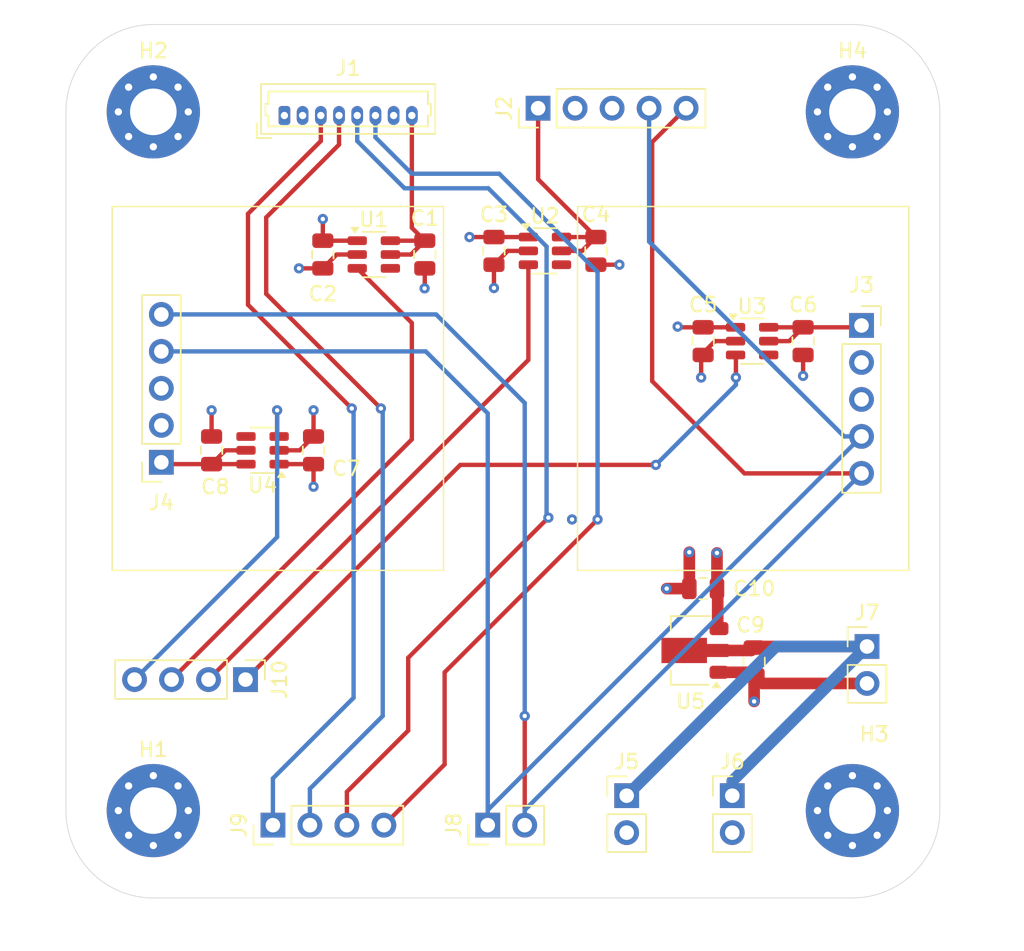
<source format=kicad_pcb>
(kicad_pcb (version 20240108) (generator "pcbnew") (generator_version "8.0")
  (layers (0 "F.Cu" signal) (1 "In1.Cu" power) (2 "In2.Cu" power) (31 "B.Cu" signal) (34 "B.Paste" user) (35 "F.Paste" user) (36 "B.SilkS" user "B.Silkscreen") (37 "F.SilkS" user "F.Silkscreen") (38 "B.Mask" user) (39 "F.Mask" user) (44 "Edge.Cuts" user))
  (net 0 "")
  (net 1 "/PM25_VCC")
  (net 2 "/PM25_EN")
  (net 3 "+5V")
  (net 5 "GND")
  (net 7 "/OZONE_VCC")
  (net 8 "/OZONE_EN")
  (net 9 "/SCD40_VCC")
  (net 11 "/SCD40_EN")
  (net 12 "/SHT4X_EN")
  (net 13 "/SHT4X_VCC")
  (net 15 "/SCL")
  (net 17 "/SDA")
  (net 19 "/PM25_RX")
  (net 21 "/PM25_TX")
  (net 22 "/PM25_SET")
  (net 23 "/PM25_RST")
  (net 26 "VCC")
  (footprint "Connector_PinHeader_2.54mm:PinHeader_1x04_P2.54mm_Vertical" (layer "F.Cu") (at 162.33 95 -90)
    (property "Reference" "J10" (at 0 -2.33 90) (layer "F.SilkS"))
    (property "Value" "EN_CONNECTOR")
    (fp_line (start -1.33 8.95) (end 1.33 8.95) (stroke (width 0.12)) (layer "F.SilkS"))
    (fp_line (start -1.33 1.27) (end -1.33 8.95) (stroke (width 0.12)) (layer "F.SilkS"))
    (fp_line (start -1.33 1.27) (end 1.33 1.27) (stroke (width 0.12)) (layer "F.SilkS"))
    (fp_line (start 1.33 1.27) (end 1.33 8.95) (stroke (width 0.12)) (layer "F.SilkS"))
    (fp_line (start -1.33 0) (end -1.33 -1.33) (stroke (width 0.12)) (layer "F.SilkS"))
    (fp_line (start -1.33 -1.33) (end 0 -1.33) (stroke (width 0.12)) (layer "F.SilkS"))
    (pad "1" thru_hole rect (at 0 0 270) (size 1.7 1.7) (drill 1) (layers "*.Cu" "*.Mask") (net 11 "/SCD40_EN"))
    (pad "2" thru_hole oval (at 0 2.54 270) (size 1.7 1.7) (drill 1) (layers "*.Cu" "*.Mask") (net 8 "/OZONE_EN"))
    (pad "3" thru_hole oval (at 0 5.08 270) (size 1.7 1.7) (drill 1) (layers "*.Cu" "*.Mask") (net 2 "/PM25_EN"))
    (pad "4" thru_hole oval (at 0 7.62 270) (size 1.7 1.7) (drill 1) (layers "*.Cu" "*.Mask") (net 12 "/SHT4X_EN"))
  )
  (footprint "Capacitor_SMD:C_0805_2012Metric" (layer "F.Cu") (at 200.6125 71.75 -90)
    (property "Reference" "C6" (at -2.5 0 360) (layer "F.SilkS"))
    (property "Value" "1u")
    (fp_line (start -0.261252 0.735) (end 0.261252 0.735) (stroke (width 0.12)) (layer "F.SilkS"))
    (fp_line (start -0.261252 -0.735) (end 0.261252 -0.735) (stroke (width 0.12)) (layer "F.SilkS"))
    (pad "1" smd roundrect (at -0.95 0 270) (size 1 1.45) (layers "F.Cu" "F.Paste" "F.Mask") (net 9 "/SCD40_VCC"))
    (pad "2" smd roundrect (at 0.95 0 270) (size 1 1.45) (layers "F.Cu" "F.Paste" "F.Mask") (net 5 "GND"))
  )
  (footprint "Capacitor_SMD:C_0805_2012Metric" (layer "F.Cu") (at 197.25 93.75 -90)
    (property "Reference" "C9" (at -2.5 0.25 180) (layer "F.SilkS"))
    (property "Value" "4.7u")
    (fp_line (start -0.261252 0.735) (end 0.261252 0.735) (stroke (width 0.12)) (layer "F.SilkS"))
    (fp_line (start -0.261252 -0.735) (end 0.261252 -0.735) (stroke (width 0.12)) (layer "F.SilkS"))
    (pad "1" smd roundrect (at -0.95 0 270) (size 1 1.45) (layers "F.Cu" "F.Paste" "F.Mask") (net 26 "VCC"))
    (pad "2" smd roundrect (at 0.95 0 270) (size 1 1.45) (layers "F.Cu" "F.Paste" "F.Mask") (net 5 "GND"))
  )
  (footprint "Connector_PinHeader_2.54mm:PinHeader_1x02_P2.54mm_Vertical" (layer "F.Cu") (at 178.96 105 90)
    (property "Reference" "J8" (at 0 -2.33 90) (layer "F.SilkS"))
    (property "Value" "I2C_CONNECTOR")
    (fp_line (start -1.33 -1.33) (end 0 -1.33) (stroke (width 0.12)) (layer "F.SilkS"))
    (fp_line (start -1.33 0) (end -1.33 -1.33) (stroke (width 0.12)) (layer "F.SilkS"))
    (fp_line (start 1.33 1.27) (end 1.33 3.87) (stroke (width 0.12)) (layer "F.SilkS"))
    (fp_line (start -1.33 1.27) (end 1.33 1.27) (stroke (width 0.12)) (layer "F.SilkS"))
    (fp_line (start -1.33 1.27) (end -1.33 3.87) (stroke (width 0.12)) (layer "F.SilkS"))
    (fp_line (start -1.33 3.87) (end 1.33 3.87) (stroke (width 0.12)) (layer "F.SilkS"))
    (pad "1" thru_hole rect (at 0 0 90) (size 1.7 1.7) (drill 1) (layers "*.Cu" "*.Mask") (net 15 "/SCL"))
    (pad "2" thru_hole oval (at 0 2.54 90) (size 1.7 1.7) (drill 1) (layers "*.Cu" "*.Mask") (net 17 "/SDA"))
  )
  (footprint "Package_TO_SOT_SMD:SOT-23-6" (layer "F.Cu") (at 171.1375 65.8)
    (property "Reference" "U1" (at 0 -2.4 360) (layer "F.SilkS"))
    (property "Value" "TPS22917DBV")
    (fp_line (start 0 -1.56) (end -0.8 -1.56) (stroke (width 0.12)) (layer "F.SilkS"))
    (fp_line (start 0 -1.56) (end 0.8 -1.56) (stroke (width 0.12)) (layer "F.SilkS"))
    (fp_line (start 0 1.56) (end -0.8 1.56) (stroke (width 0.12)) (layer "F.SilkS"))
    (fp_line (start 0 1.56) (end 0.8 1.56) (stroke (width 0.12)) (layer "F.SilkS"))
    (fp_poly (pts (xy -1.3 -1.51) (xy -1.54 -1.84) (xy -1.06 -1.84) (xy -1.3 -1.51)) (stroke (width 0.12)) (fill solid) (layer "F.SilkS"))
    (pad "1" smd roundrect (at -1.1375 -0.95) (size 1.325 0.6) (layers "F.Cu" "F.Paste" "F.Mask") (net 3 "+5V"))
    (pad "2" smd roundrect (at -1.1375 0) (size 1.325 0.6) (layers "F.Cu" "F.Paste" "F.Mask") (net 5 "GND"))
    (pad "3" smd roundrect (at -1.1375 0.95) (size 1.325 0.6) (layers "F.Cu" "F.Paste" "F.Mask") (net 2 "/PM25_EN"))
    (pad "4" smd roundrect (at 1.1375 0.95) (size 1.325 0.6) (layers "F.Cu" "F.Paste" "F.Mask"))
    (pad "5" smd roundrect (at 1.1375 0) (size 1.325 0.6) (layers "F.Cu" "F.Paste" "F.Mask") (net 1 "/PM25_VCC"))
    (pad "6" smd roundrect (at 1.1375 -0.95) (size 1.325 0.6) (layers "F.Cu" "F.Paste" "F.Mask") (net 1 "/PM25_VCC"))
  )
  (footprint "Connector_PinHeader_2.54mm:PinHeader_1x05_P2.54mm_Vertical" (layer "F.Cu") (at 182.42 55.75 90)
    (property "Reference" "J2" (at 0 -2.33 90) (layer "F.SilkS"))
    (property "Value" "OZONE_CONNECTOR")
    (fp_line (start -1.33 -1.33) (end 0 -1.33) (stroke (width 0.12)) (layer "F.SilkS"))
    (fp_line (start -1.33 0) (end -1.33 -1.33) (stroke (width 0.12)) (layer "F.SilkS"))
    (fp_line (start 1.33 1.27) (end 1.33 11.49) (stroke (width 0.12)) (layer "F.SilkS"))
    (fp_line (start -1.33 1.27) (end 1.33 1.27) (stroke (width 0.12)) (layer "F.SilkS"))
    (fp_line (start -1.33 1.27) (end -1.33 11.49) (stroke (width 0.12)) (layer "F.SilkS"))
    (fp_line (start -1.33 11.49) (end 1.33 11.49) (stroke (width 0.12)) (layer "F.SilkS"))
    (pad "1" thru_hole rect (at 0 0 90) (size 1.7 1.7) (drill 1) (layers "*.Cu" "*.Mask") (net 7 "/OZONE_VCC"))
    (pad "2" thru_hole oval (at 0 2.54 90) (size 1.7 1.7) (drill 1) (layers "*.Cu" "*.Mask"))
    (pad "3" thru_hole oval (at 0 5.08 90) (size 1.7 1.7) (drill 1) (layers "*.Cu" "*.Mask") (net 5 "GND"))
    (pad "4" thru_hole oval (at 0 7.62 90) (size 1.7 1.7) (drill 1) (layers "*.Cu" "*.Mask") (net 15 "/SCL"))
    (pad "5" thru_hole oval (at 0 10.16 90) (size 1.7 1.7) (drill 1) (layers "*.Cu" "*.Mask") (net 17 "/SDA"))
  )
  (footprint "Capacitor_SMD:C_0805_2012Metric" (layer "F.Cu") (at 174.6375 65.8 -90)
    (property "Reference" "C1" (at -2.5 0 360) (layer "F.SilkS"))
    (property "Value" "1u")
    (fp_line (start -0.261252 0.735) (end 0.261252 0.735) (stroke (width 0.12)) (layer "F.SilkS"))
    (fp_line (start -0.261252 -0.735) (end 0.261252 -0.735) (stroke (width 0.12)) (layer "F.SilkS"))
    (pad "1" smd roundrect (at -0.95 0 270) (size 1 1.45) (layers "F.Cu" "F.Paste" "F.Mask") (net 1 "/PM25_VCC"))
    (pad "2" smd roundrect (at 0.95 0 270) (size 1 1.45) (layers "F.Cu" "F.Paste" "F.Mask") (net 5 "GND"))
  )
  (footprint "Connector_Molex:Molex_PicoBlade_53047-0810_1x08_P1.25mm_Vertical" (layer "F.Cu") (at 165 56.25)
    (property "Reference" "J1" (at 4.38 -3.25 0) (layer "F.SilkS"))
    (property "Value" "PM25_CONNECTOR")
    (fp_line (start -1.9 1.55) (end -1.9 0.55) (stroke (width 0.12)) (layer "F.SilkS"))
    (fp_line (start -1.9 1.55) (end -0.9 1.55) (stroke (width 0.12)) (layer "F.SilkS"))
    (fp_line (start -1.61 -2.16) (end -1.61 1.26) (stroke (width 0.12)) (layer "F.SilkS"))
    (fp_line (start -1.61 1.26) (end 10.36 1.26) (stroke (width 0.12)) (layer "F.SilkS"))
    (fp_line (start -1.3 -0.8) (end -1.1 -0.8) (stroke (width 0.12)) (layer "F.SilkS"))
    (fp_line (start -1.3 0) (end -1.3 -0.8) (stroke (width 0.12)) (layer "F.SilkS"))
    (fp_line (start -1.1 -1.65) (end 4.375 -1.65) (stroke (width 0.12)) (layer "F.SilkS"))
    (fp_line (start -1.1 -0.8) (end -1.1 -1.65) (stroke (width 0.12)) (layer "F.SilkS"))
    (fp_line (start -1.1 0) (end -1.3 0) (stroke (width 0.12)) (layer "F.SilkS"))
    (fp_line (start -1.1 0.75) (end -1.1 0) (stroke (width 0.12)) (layer "F.SilkS"))
    (fp_line (start 4.375 0.75) (end -1.1 0.75) (stroke (width 0.12)) (layer "F.SilkS"))
    (fp_line (start 4.375 0.75) (end 9.85 0.75) (stroke (width 0.12)) (layer "F.SilkS"))
    (fp_line (start 9.85 -1.65) (end 4.375 -1.65) (stroke (width 0.12)) (layer "F.SilkS"))
    (fp_line (start 9.85 -0.8) (end 9.85 -1.65) (stroke (width 0.12)) (layer "F.SilkS"))
    (fp_line (start 9.85 0) (end 10.05 0) (stroke (width 0.12)) (layer "F.SilkS"))
    (fp_line (start 9.85 0.75) (end 9.85 0) (stroke (width 0.12)) (layer "F.SilkS"))
    (fp_line (start 10.05 -0.8) (end 9.85 -0.8) (stroke (width 0.12)) (layer "F.SilkS"))
    (fp_line (start 10.05 0) (end 10.05 -0.8) (stroke (width 0.12)) (layer "F.SilkS"))
    (fp_line (start 10.36 -2.16) (end -1.61 -2.16) (stroke (width 0.12)) (layer "F.SilkS"))
    (fp_line (start 10.36 1.26) (end 10.36 -2.16) (stroke (width 0.12)) (layer "F.SilkS"))
    (pad "1" thru_hole roundrect (at 0 0) (size 0.8 1.3) (drill 0.5) (layers "*.Cu" "*.Mask"))
    (pad "2" thru_hole oval (at 1.25 0) (size 0.8 1.3) (drill 0.5) (layers "*.Cu" "*.Mask"))
    (pad "3" thru_hole oval (at 2.5 0) (size 0.8 1.3) (drill 0.5) (layers "*.Cu" "*.Mask") (net 23 "/PM25_RST"))
    (pad "4" thru_hole oval (at 3.75 0) (size 0.8 1.3) (drill 0.5) (layers "*.Cu" "*.Mask") (net 21 "/PM25_TX"))
    (pad "5" thru_hole oval (at 5 0) (size 0.8 1.3) (drill 0.5) (layers "*.Cu" "*.Mask") (net 19 "/PM25_RX"))
    (pad "6" thru_hole oval (at 6.25 0) (size 0.8 1.3) (drill 0.5) (layers "*.Cu" "*.Mask") (net 22 "/PM25_SET"))
    (pad "7" thru_hole oval (at 7.5 0) (size 0.8 1.3) (drill 0.5) (layers "*.Cu" "*.Mask") (net 5 "GND"))
    (pad "8" thru_hole oval (at 8.75 0) (size 0.8 1.3) (drill 0.5) (layers "*.Cu" "*.Mask") (net 1 "/PM25_VCC"))
  )
  (footprint "Capacitor_SMD:C_0805_2012Metric" (layer "F.Cu") (at 186.3875 65.55 -90)
    (property "Reference" "C4" (at -2.5 0 360) (layer "F.SilkS"))
    (property "Value" "1u")
    (fp_line (start -0.261252 0.735) (end 0.261252 0.735) (stroke (width 0.12)) (layer "F.SilkS"))
    (fp_line (start -0.261252 -0.735) (end 0.261252 -0.735) (stroke (width 0.12)) (layer "F.SilkS"))
    (pad "1" smd roundrect (at -0.95 0 270) (size 1 1.45) (layers "F.Cu" "F.Paste" "F.Mask") (net 7 "/OZONE_VCC"))
    (pad "2" smd roundrect (at 0.95 0 270) (size 1 1.45) (layers "F.Cu" "F.Paste" "F.Mask") (net 5 "GND"))
  )
  (footprint "Connector_PinSocket_2.54mm:PinSocket_1x05_P2.54mm_Vertical" (layer "F.Cu") (at 156.55 80.075 180)
    (property "Reference" "J4" (at 0 -2.77 180) (layer "F.SilkS"))
    (property "Value" "ADAFRUIT_SHT4X_CONNECTOR")
    (fp_line (start 1.33 1.27) (end 1.33 11.49) (stroke (width 0.12)) (layer "F.SilkS"))
    (fp_line (start 1.33 -1.33) (end 1.33 0) (stroke (width 0.12)) (layer "F.SilkS"))
    (fp_line (start 0 -1.33) (end 1.33 -1.33) (stroke (width 0.12)) (layer "F.SilkS"))
    (fp_line (start -1.33 11.49) (end 1.33 11.49) (stroke (width 0.12)) (layer "F.SilkS"))
    (fp_line (start -1.33 1.27) (end 1.33 1.27) (stroke (width 0.12)) (layer "F.SilkS"))
    (fp_line (start -1.33 1.27) (end -1.33 11.49) (stroke (width 0.12)) (layer "F.SilkS"))
    (pad "1" thru_hole rect (at 0 0 180) (size 1.7 1.7) (drill 1) (layers "*.Cu" "*.Mask") (net 13 "/SHT4X_VCC"))
    (pad "2" thru_hole oval (at 0 2.54 180) (size 1.7 1.7) (drill 1) (layers "*.Cu" "*.Mask"))
    (pad "3" thru_hole oval (at 0 5.08 180) (size 1.7 1.7) (drill 1) (layers "*.Cu" "*.Mask") (net 5 "GND"))
    (pad "4" thru_hole oval (at 0 7.62 180) (size 1.7 1.7) (drill 1) (layers "*.Cu" "*.Mask") (net 15 "/SCL"))
    (pad "5" thru_hole oval (at 0 10.16 180) (size 1.7 1.7) (drill 1) (layers "*.Cu" "*.Mask") (net 17 "/SDA"))
  )
  (footprint "MountingHole:MountingHole_3.2mm_M3_Pad_Via" (layer "F.Cu") (at 156 104)
    (property "Reference" "H1" (at 0 -4.2 0) (layer "F.SilkS"))
    (property "Value" "MountingHole_Pad")
    (pad "1" thru_hole circle (at -2.4 0) (size 0.8 0.8) (drill 0.5) (layers "*.Cu" "*.Mask") (net 5 "GND"))
    (pad "1" thru_hole circle (at -1.697056 -1.697056) (size 0.8 0.8) (drill 0.5) (layers "*.Cu" "*.Mask") (net 5 "GND"))
    (pad "1" thru_hole circle (at -1.697056 1.697056) (size 0.8 0.8) (drill 0.5) (layers "*.Cu" "*.Mask") (net 5 "GND"))
    (pad "1" thru_hole circle (at 0 -2.4) (size 0.8 0.8) (drill 0.5) (layers "*.Cu" "*.Mask") (net 5 "GND"))
    (pad "1" thru_hole circle (at 0 0) (size 6.4 6.4) (drill 3.2) (layers "*.Cu" "*.Mask") (net 5 "GND"))
    (pad "1" thru_hole circle (at 0 2.4) (size 0.8 0.8) (drill 0.5) (layers "*.Cu" "*.Mask") (net 5 "GND"))
    (pad "1" thru_hole circle (at 1.697056 -1.697056) (size 0.8 0.8) (drill 0.5) (layers "*.Cu" "*.Mask") (net 5 "GND"))
    (pad "1" thru_hole circle (at 1.697056 1.697056) (size 0.8 0.8) (drill 0.5) (layers "*.Cu" "*.Mask") (net 5 "GND"))
    (pad "1" thru_hole circle (at 2.4 0) (size 0.8 0.8) (drill 0.5) (layers "*.Cu" "*.Mask") (net 5 "GND"))
  )
  (footprint "Package_TO_SOT_SMD:SOT-23-6" (layer "F.Cu") (at 182.8875 65.55)
    (property "Reference" "U2" (at 0 -2.4 360) (layer "F.SilkS"))
    (property "Value" "TPS22917DBV")
    (fp_line (start 0 -1.56) (end -0.8 -1.56) (stroke (width 0.12)) (layer "F.SilkS"))
    (fp_line (start 0 -1.56) (end 0.8 -1.56) (stroke (width 0.12)) (layer "F.SilkS"))
    (fp_line (start 0 1.56) (end -0.8 1.56) (stroke (width 0.12)) (layer "F.SilkS"))
    (fp_line (start 0 1.56) (end 0.8 1.56) (stroke (width 0.12)) (layer "F.SilkS"))
    (fp_poly (pts (xy -1.3 -1.51) (xy -1.54 -1.84) (xy -1.06 -1.84) (xy -1.3 -1.51)) (stroke (width 0.12)) (fill solid) (layer "F.SilkS"))
    (pad "1" smd roundrect (at -1.1375 -0.95) (size 1.325 0.6) (layers "F.Cu" "F.Paste" "F.Mask") (net 3 "+5V"))
    (pad "2" smd roundrect (at -1.1375 0) (size 1.325 0.6) (layers "F.Cu" "F.Paste" "F.Mask") (net 5 "GND"))
    (pad "3" smd roundrect (at -1.1375 0.95) (size 1.325 0.6) (layers "F.Cu" "F.Paste" "F.Mask") (net 8 "/OZONE_EN"))
    (pad "4" smd roundrect (at 1.1375 0.95) (size 1.325 0.6) (layers "F.Cu" "F.Paste" "F.Mask"))
    (pad "5" smd roundrect (at 1.1375 0) (size 1.325 0.6) (layers "F.Cu" "F.Paste" "F.Mask") (net 7 "/OZONE_VCC"))
    (pad "6" smd roundrect (at 1.1375 -0.95) (size 1.325 0.6) (layers "F.Cu" "F.Paste" "F.Mask") (net 7 "/OZONE_VCC"))
  )
  (footprint "Capacitor_SMD:C_0805_2012Metric" (layer "F.Cu") (at 193.75 88.75 180)
    (property "Reference" "C10" (at -3.5 0 360) (layer "F.SilkS"))
    (property "Value" "4.7u")
    (fp_line (start -0.261252 0.735) (end 0.261252 0.735) (stroke (width 0.12)) (layer "F.SilkS"))
    (fp_line (start -0.261252 -0.735) (end 0.261252 -0.735) (stroke (width 0.12)) (layer "F.SilkS"))
    (pad "1" smd roundrect (at -0.95 0 180) (size 1 1.45) (layers "F.Cu" "F.Paste" "F.Mask") (net 3 "+5V"))
    (pad "2" smd roundrect (at 0.95 0 180) (size 1 1.45) (layers "F.Cu" "F.Paste" "F.Mask") (net 5 "GND"))
  )
  (footprint "MountingHole:MountingHole_3.2mm_M3_Pad_Via" (layer "F.Cu") (at 204 104)
    (property "Reference" "H3" (at 1.5 -5.25 0) (layer "F.SilkS"))
    (property "Value" "MountingHole_Pad")
    (pad "1" thru_hole circle (at -2.4 0) (size 0.8 0.8) (drill 0.5) (layers "*.Cu" "*.Mask") (net 5 "GND"))
    (pad "1" thru_hole circle (at -1.697056 -1.697056) (size 0.8 0.8) (drill 0.5) (layers "*.Cu" "*.Mask") (net 5 "GND"))
    (pad "1" thru_hole circle (at -1.697056 1.697056) (size 0.8 0.8) (drill 0.5) (layers "*.Cu" "*.Mask") (net 5 "GND"))
    (pad "1" thru_hole circle (at 0 -2.4) (size 0.8 0.8) (drill 0.5) (layers "*.Cu" "*.Mask") (net 5 "GND"))
    (pad "1" thru_hole circle (at 0 0) (size 6.4 6.4) (drill 3.2) (layers "*.Cu" "*.Mask") (net 5 "GND"))
    (pad "1" thru_hole circle (at 0 2.4) (size 0.8 0.8) (drill 0.5) (layers "*.Cu" "*.Mask") (net 5 "GND"))
    (pad "1" thru_hole circle (at 1.697056 -1.697056) (size 0.8 0.8) (drill 0.5) (layers "*.Cu" "*.Mask") (net 5 "GND"))
    (pad "1" thru_hole circle (at 1.697056 1.697056) (size 0.8 0.8) (drill 0.5) (layers "*.Cu" "*.Mask") (net 5 "GND"))
    (pad "1" thru_hole circle (at 2.4 0) (size 0.8 0.8) (drill 0.5) (layers "*.Cu" "*.Mask") (net 5 "GND"))
  )
  (footprint "MountingHole:MountingHole_3.2mm_M3_Pad_Via" (layer "F.Cu") (at 204 56)
    (property "Reference" "H4" (at 0 -4.2 0) (layer "F.SilkS"))
    (property "Value" "MountingHole_Pad")
    (pad "1" thru_hole circle (at -2.4 0) (size 0.8 0.8) (drill 0.5) (layers "*.Cu" "*.Mask") (net 5 "GND"))
    (pad "1" thru_hole circle (at -1.697056 -1.697056) (size 0.8 0.8) (drill 0.5) (layers "*.Cu" "*.Mask") (net 5 "GND"))
    (pad "1" thru_hole circle (at -1.697056 1.697056) (size 0.8 0.8) (drill 0.5) (layers "*.Cu" "*.Mask") (net 5 "GND"))
    (pad "1" thru_hole circle (at 0 -2.4) (size 0.8 0.8) (drill 0.5) (layers "*.Cu" "*.Mask") (net 5 "GND"))
    (pad "1" thru_hole circle (at 0 0) (size 6.4 6.4) (drill 3.2) (layers "*.Cu" "*.Mask") (net 5 "GND"))
    (pad "1" thru_hole circle (at 0 2.4) (size 0.8 0.8) (drill 0.5) (layers "*.Cu" "*.Mask") (net 5 "GND"))
    (pad "1" thru_hole circle (at 1.697056 -1.697056) (size 0.8 0.8) (drill 0.5) (layers "*.Cu" "*.Mask") (net 5 "GND"))
    (pad "1" thru_hole circle (at 1.697056 1.697056) (size 0.8 0.8) (drill 0.5) (layers "*.Cu" "*.Mask") (net 5 "GND"))
    (pad "1" thru_hole circle (at 2.4 0) (size 0.8 0.8) (drill 0.5) (layers "*.Cu" "*.Mask") (net 5 "GND"))
  )
  (footprint "Connector_PinHeader_2.54mm:PinHeader_1x04_P2.54mm_Vertical" (layer "F.Cu") (at 164.21 105 90)
    (property "Reference" "J9" (at 0 -2.33 90) (layer "F.SilkS"))
    (property "Value" "EXT_PM25_CONNECTOR")
    (fp_line (start -1.33 -1.33) (end 0 -1.33) (stroke (width 0.12)) (layer "F.SilkS"))
    (fp_line (start -1.33 0) (end -1.33 -1.33) (stroke (width 0.12)) (layer "F.SilkS"))
    (fp_line (start 1.33 1.27) (end 1.33 8.95) (stroke (width 0.12)) (layer "F.SilkS"))
    (fp_line (start -1.33 1.27) (end 1.33 1.27) (stroke (width 0.12)) (layer "F.SilkS"))
    (fp_line (start -1.33 1.27) (end -1.33 8.95) (stroke (width 0.12)) (layer "F.SilkS"))
    (fp_line (start -1.33 8.95) (end 1.33 8.95) (stroke (width 0.12)) (layer "F.SilkS"))
    (pad "1" thru_hole rect (at 0 0 90) (size 1.7 1.7) (drill 1) (layers "*.Cu" "*.Mask") (net 23 "/PM25_RST"))
    (pad "2" thru_hole oval (at 0 2.54 90) (size 1.7 1.7) (drill 1) (layers "*.Cu" "*.Mask") (net 21 "/PM25_TX"))
    (pad "3" thru_hole oval (at 0 5.08 90) (size 1.7 1.7) (drill 1) (layers "*.Cu" "*.Mask") (net 19 "/PM25_RX"))
    (pad "4" thru_hole oval (at 0 7.62 90) (size 1.7 1.7) (drill 1) (layers "*.Cu" "*.Mask") (net 22 "/PM25_SET"))
  )
  (footprint "Capacitor_SMD:C_0805_2012Metric" (layer "F.Cu") (at 167.6375 65.8 -90)
    (property "Reference" "C2" (at 2.7 0 360) (layer "F.SilkS"))
    (property "Value" "1u")
    (fp_line (start -0.261252 0.735) (end 0.261252 0.735) (stroke (width 0.12)) (layer "F.SilkS"))
    (fp_line (start -0.261252 -0.735) (end 0.261252 -0.735) (stroke (width 0.12)) (layer "F.SilkS"))
    (pad "1" smd roundrect (at -0.95 0 270) (size 1 1.45) (layers "F.Cu" "F.Paste" "F.Mask") (net 3 "+5V"))
    (pad "2" smd roundrect (at 0.95 0 270) (size 1 1.45) (layers "F.Cu" "F.Paste" "F.Mask") (net 5 "GND"))
  )
  (footprint "MountingHole:MountingHole_3.2mm_M3_Pad_Via" (layer "F.Cu") (at 156 56)
    (property "Reference" "H2" (at 0 -4.2 0) (layer "F.SilkS"))
    (property "Value" "MountingHole_Pad")
    (pad "1" thru_hole circle (at -2.4 0) (size 0.8 0.8) (drill 0.5) (layers "*.Cu" "*.Mask") (net 5 "GND"))
    (pad "1" thru_hole circle (at -1.697056 -1.697056) (size 0.8 0.8) (drill 0.5) (layers "*.Cu" "*.Mask") (net 5 "GND"))
    (pad "1" thru_hole circle (at -1.697056 1.697056) (size 0.8 0.8) (drill 0.5) (layers "*.Cu" "*.Mask") (net 5 "GND"))
    (pad "1" thru_hole circle (at 0 -2.4) (size 0.8 0.8) (drill 0.5) (layers "*.Cu" "*.Mask") (net 5 "GND"))
    (pad "1" thru_hole circle (at 0 0) (size 6.4 6.4) (drill 3.2) (layers "*.Cu" "*.Mask") (net 5 "GND"))
    (pad "1" thru_hole circle (at 0 2.4) (size 0.8 0.8) (drill 0.5) (layers "*.Cu" "*.Mask") (net 5 "GND"))
    (pad "1" thru_hole circle (at 1.697056 -1.697056) (size 0.8 0.8) (drill 0.5) (layers "*.Cu" "*.Mask") (net 5 "GND"))
    (pad "1" thru_hole circle (at 1.697056 1.697056) (size 0.8 0.8) (drill 0.5) (layers "*.Cu" "*.Mask") (net 5 "GND"))
    (pad "1" thru_hole circle (at 2.4 0) (size 0.8 0.8) (drill 0.5) (layers "*.Cu" "*.Mask") (net 5 "GND"))
  )
  (footprint "Package_TO_SOT_SMD:SOT-23-6" (layer "F.Cu") (at 163.5 79.25 180)
    (property "Reference" "U4" (at 0 -2.4 360) (layer "F.SilkS"))
    (property "Value" "TPS22917DBV")
    (fp_line (start 0 1.56) (end 0.8 1.56) (stroke (width 0.12)) (layer "F.SilkS"))
    (fp_line (start 0 1.56) (end -0.8 1.56) (stroke (width 0.12)) (layer "F.SilkS"))
    (fp_line (start 0 -1.56) (end 0.8 -1.56) (stroke (width 0.12)) (layer "F.SilkS"))
    (fp_line (start 0 -1.56) (end -0.8 -1.56) (stroke (width 0.12)) (layer "F.SilkS"))
    (fp_poly (pts (xy -1.3 -1.51) (xy -1.54 -1.84) (xy -1.06 -1.84) (xy -1.3 -1.51)) (stroke (width 0.12)) (fill solid) (layer "F.SilkS"))
    (pad "1" smd roundrect (at -1.1375 -0.95 180) (size 1.325 0.6) (layers "F.Cu" "F.Paste" "F.Mask") (net 3 "+5V"))
    (pad "2" smd roundrect (at -1.1375 0 180) (size 1.325 0.6) (layers "F.Cu" "F.Paste" "F.Mask") (net 5 "GND"))
    (pad "3" smd roundrect (at -1.1375 0.95 180) (size 1.325 0.6) (layers "F.Cu" "F.Paste" "F.Mask") (net 12 "/SHT4X_EN"))
    (pad "4" smd roundrect (at 1.1375 0.95 180) (size 1.325 0.6) (layers "F.Cu" "F.Paste" "F.Mask"))
    (pad "5" smd roundrect (at 1.1375 0 180) (size 1.325 0.6) (layers "F.Cu" "F.Paste" "F.Mask") (net 13 "/SHT4X_VCC"))
    (pad "6" smd roundrect (at 1.1375 -0.95 180) (size 1.325 0.6) (layers "F.Cu" "F.Paste" "F.Mask") (net 13 "/SHT4X_VCC"))
  )
  (footprint "Connector_PinSocket_2.54mm:PinSocket_1x05_P2.54mm_Vertical" (layer "F.Cu") (at 204.625 70.675)
    (property "Reference" "J3" (at 0 -2.77 0) (layer "F.SilkS"))
    (property "Value" "ADAFRUIT_SCD40_CONNECTOR")
    (fp_line (start -1.33 1.27) (end -1.33 11.49) (stroke (width 0.12)) (layer "F.SilkS"))
    (fp_line (start -1.33 1.27) (end 1.33 1.27) (stroke (width 0.12)) (layer "F.SilkS"))
    (fp_line (start -1.33 11.49) (end 1.33 11.49) (stroke (width 0.12)) (layer "F.SilkS"))
    (fp_line (start 0 -1.33) (end 1.33 -1.33) (stroke (width 0.12)) (layer "F.SilkS"))
    (fp_line (start 1.33 -1.33) (end 1.33 0) (stroke (width 0.12)) (layer "F.SilkS"))
    (fp_line (start 1.33 1.27) (end 1.33 11.49) (stroke (width 0.12)) (layer "F.SilkS"))
    (pad "1" thru_hole rect (at 0 0) (size 1.7 1.7) (drill 1) (layers "*.Cu" "*.Mask") (net 9 "/SCD40_VCC"))
    (pad "2" thru_hole oval (at 0 2.54) (size 1.7 1.7) (drill 1) (layers "*.Cu" "*.Mask"))
    (pad "3" thru_hole oval (at 0 5.08) (size 1.7 1.7) (drill 1) (layers "*.Cu" "*.Mask") (net 5 "GND"))
    (pad "4" thru_hole oval (at 0 7.62) (size 1.7 1.7) (drill 1) (layers "*.Cu" "*.Mask") (net 15 "/SCL"))
    (pad "5" thru_hole oval (at 0 10.16) (size 1.7 1.7) (drill 1) (layers "*.Cu" "*.Mask") (net 17 "/SDA"))
  )
  (footprint "Package_TO_SOT_SMD:SOT-89-3" (layer "F.Cu") (at 192.8875 93 180)
    (property "Reference" "U5" (at 0 -3.5 360) (layer "F.SilkS"))
    (property "Value" "MCP1702T-5002E/MB")
    (fp_line (start 1.36 2.36) (end -1.36 2.36) (stroke (width 0.12)) (layer "F.SilkS"))
    (fp_line (start 1.36 1.38) (end 1.36 2.36) (stroke (width 0.12)) (layer "F.SilkS"))
    (fp_line (start 1.36 -1.38) (end 1.36 -2.36) (stroke (width 0.12)) (layer "F.SilkS"))
    (fp_line (start -1.22 -2.36) (end 1.36 -2.36) (stroke (width 0.12)) (layer "F.SilkS"))
    (fp_poly (pts (xy -1.77 -2.21) (xy -2.01 -2.54) (xy -1.53 -2.54) (xy -1.77 -2.21)) (stroke (width 0.12)) (fill solid) (layer "F.SilkS"))
    (pad "1" smd roundrect (at -1.95 -1.5 180) (size 1.3 0.9) (layers "F.Cu" "F.Paste" "F.Mask") (net 5 "GND"))
    (pad "2" smd custom (at -1.8625 0 180) (size 1.475 0.9) (layers "F.Cu" "F.Paste" "F.Mask") (net 26 "VCC") (options (clearance outline) (anchor rect)) (primitives (gr_poly (pts (xy 3.8625 0.8665) (xy 0.7375 0.8665) (xy 0.7375 -0.8665) (xy 3.8625 -0.8665)) (width 0) (fill yes))))
    (pad "3" smd roundrect (at -1.95 1.5 180) (size 1.3 0.9) (layers "F.Cu" "F.Paste" "F.Mask") (net 3 "+5V"))
  )
  (footprint "Package_TO_SOT_SMD:SOT-23-6" (layer "F.Cu") (at 197.1125 71.75)
    (property "Reference" "U3" (at 0 -2.4 360) (layer "F.SilkS"))
    (property "Value" "TPS22917DBV")
    (fp_line (start 0 -1.56) (end -0.8 -1.56) (stroke (width 0.12)) (layer "F.SilkS"))
    (fp_line (start 0 -1.56) (end 0.8 -1.56) (stroke (width 0.12)) (layer "F.SilkS"))
    (fp_line (start 0 1.56) (end -0.8 1.56) (stroke (width 0.12)) (layer "F.SilkS"))
    (fp_line (start 0 1.56) (end 0.8 1.56) (stroke (width 0.12)) (layer "F.SilkS"))
    (fp_poly (pts (xy -1.3 -1.51) (xy -1.54 -1.84) (xy -1.06 -1.84) (xy -1.3 -1.51)) (stroke (width 0.12)) (fill solid) (layer "F.SilkS"))
    (pad "1" smd roundrect (at -1.1375 -0.95) (size 1.325 0.6) (layers "F.Cu" "F.Paste" "F.Mask") (net 3 "+5V"))
    (pad "2" smd roundrect (at -1.1375 0) (size 1.325 0.6) (layers "F.Cu" "F.Paste" "F.Mask") (net 5 "GND"))
    (pad "3" smd roundrect (at -1.1375 0.95) (size 1.325 0.6) (layers "F.Cu" "F.Paste" "F.Mask") (net 11 "/SCD40_EN"))
    (pad "4" smd roundrect (at 1.1375 0.95) (size 1.325 0.6) (layers "F.Cu" "F.Paste" "F.Mask"))
    (pad "5" smd roundrect (at 1.1375 0) (size 1.325 0.6) (layers "F.Cu" "F.Paste" "F.Mask") (net 9 "/SCD40_VCC"))
    (pad "6" smd roundrect (at 1.1375 -0.95) (size 1.325 0.6) (layers "F.Cu" "F.Paste" "F.Mask") (net 9 "/SCD40_VCC"))
  )
  (footprint "Capacitor_SMD:C_0805_2012Metric" (layer "F.Cu") (at 160 79.25 90)
    (property "Reference" "C8" (at -2.5 0.25 360) (layer "F.SilkS"))
    (property "Value" "1u")
    (fp_line (start -0.261252 -0.735) (end 0.261252 -0.735) (stroke (width 0.12)) (layer "F.SilkS"))
    (fp_line (start -0.261252 0.735) (end 0.261252 0.735) (stroke (width 0.12)) (layer "F.SilkS"))
    (pad "1" smd roundrect (at -0.95 0 90) (size 1 1.45) (layers "F.Cu" "F.Paste" "F.Mask") (net 13 "/SHT4X_VCC"))
    (pad "2" smd roundrect (at 0.95 0 90) (size 1 1.45) (layers "F.Cu" "F.Paste" "F.Mask") (net 5 "GND"))
  )
  (footprint "Capacitor_SMD:C_0805_2012Metric" (layer "F.Cu") (at 179.3875 65.55 -90)
    (property "Reference" "C3" (at -2.5 0 360) (layer "F.SilkS"))
    (property "Value" "1u")
    (fp_line (start -0.261252 0.735) (end 0.261252 0.735) (stroke (width 0.12)) (layer "F.SilkS"))
    (fp_line (start -0.261252 -0.735) (end 0.261252 -0.735) (stroke (width 0.12)) (layer "F.SilkS"))
    (pad "1" smd roundrect (at -0.95 0 270) (size 1 1.45) (layers "F.Cu" "F.Paste" "F.Mask") (net 3 "+5V"))
    (pad "2" smd roundrect (at 0.95 0 270) (size 1 1.45) (layers "F.Cu" "F.Paste" "F.Mask") (net 5 "GND"))
  )
  (footprint "Connector_PinHeader_2.54mm:PinHeader_1x02_P2.54mm_Vertical" (layer "F.Cu") (at 188.5 102.975)
    (property "Reference" "J5" (at 0 -2.33 360) (layer "F.SilkS"))
    (property "Value" "PWR_OUT_1")
    (fp_line (start -1.33 -1.33) (end 0 -1.33) (stroke (width 0.12)) (layer "F.SilkS"))
    (fp_line (start -1.33 0) (end -1.33 -1.33) (stroke (width 0.12)) (layer "F.SilkS"))
    (fp_line (start -1.33 1.27) (end -1.33 3.87) (stroke (width 0.12)) (layer "F.SilkS"))
    (fp_line (start -1.33 1.27) (end 1.33 1.27) (stroke (width 0.12)) (layer "F.SilkS"))
    (fp_line (start -1.33 3.87) (end 1.33 3.87) (stroke (width 0.12)) (layer "F.SilkS"))
    (fp_line (start 1.33 1.27) (end 1.33 3.87) (stroke (width 0.12)) (layer "F.SilkS"))
    (pad "1" thru_hole rect (at 0 0) (size 1.7 1.7) (drill 1) (layers "*.Cu" "*.Mask") (net 26 "VCC"))
    (pad "2" thru_hole oval (at 0 2.54) (size 1.7 1.7) (drill 1) (layers "*.Cu" "*.Mask") (net 5 "GND"))
  )
  (footprint "Connector_PinHeader_2.54mm:PinHeader_1x02_P2.54mm_Vertical" (layer "F.Cu") (at 205 92.725)
    (property "Reference" "J7" (at 0 -2.33 360) (layer "F.SilkS"))
    (property "Value" "PWR_IN")
    (fp_line (start -1.33 -1.33) (end 0 -1.33) (stroke (width 0.12)) (layer "F.SilkS"))
    (fp_line (start -1.33 0) (end -1.33 -1.33) (stroke (width 0.12)) (layer "F.SilkS"))
    (fp_line (start -1.33 1.27) (end -1.33 3.87) (stroke (width 0.12)) (layer "F.SilkS"))
    (fp_line (start -1.33 1.27) (end 1.33 1.27) (stroke (width 0.12)) (layer "F.SilkS"))
    (fp_line (start -1.33 3.87) (end 1.33 3.87) (stroke (width 0.12)) (layer "F.SilkS"))
    (fp_line (start 1.33 1.27) (end 1.33 3.87) (stroke (width 0.12)) (layer "F.SilkS"))
    (pad "1" thru_hole rect (at 0 0) (size 1.7 1.7) (drill 1) (layers "*.Cu" "*.Mask") (net 26 "VCC"))
    (pad "2" thru_hole oval (at 0 2.54) (size 1.7 1.7) (drill 1) (layers "*.Cu" "*.Mask") (net 5 "GND"))
  )
  (footprint "Capacitor_SMD:C_0805_2012Metric" (layer "F.Cu") (at 167 79.25 90)
    (property "Reference" "C7" (at -1.25 2.25 360) (layer "F.SilkS"))
    (property "Value" "1u")
    (fp_line (start -0.261252 -0.735) (end 0.261252 -0.735) (stroke (width 0.12)) (layer "F.SilkS"))
    (fp_line (start -0.261252 0.735) (end 0.261252 0.735) (stroke (width 0.12)) (layer "F.SilkS"))
    (pad "1" smd roundrect (at -0.95 0 90) (size 1 1.45) (layers "F.Cu" "F.Paste" "F.Mask") (net 3 "+5V"))
    (pad "2" smd roundrect (at 0.95 0 90) (size 1 1.45) (layers "F.Cu" "F.Paste" "F.Mask") (net 5 "GND"))
  )
  (footprint "Connector_PinHeader_2.54mm:PinHeader_1x02_P2.54mm_Vertical" (layer "F.Cu") (at 195.75 102.975)
    (property "Reference" "J6" (at 0 -2.33 360) (layer "F.SilkS"))
    (property "Value" "PWR_OUT_2")
    (fp_line (start -1.33 -1.33) (end 0 -1.33) (stroke (width 0.12)) (layer "F.SilkS"))
    (fp_line (start -1.33 0) (end -1.33 -1.33) (stroke (width 0.12)) (layer "F.SilkS"))
    (fp_line (start -1.33 1.27) (end -1.33 3.87) (stroke (width 0.12)) (layer "F.SilkS"))
    (fp_line (start -1.33 1.27) (end 1.33 1.27) (stroke (width 0.12)) (layer "F.SilkS"))
    (fp_line (start -1.33 3.87) (end 1.33 3.87) (stroke (width 0.12)) (layer "F.SilkS"))
    (fp_line (start 1.33 1.27) (end 1.33 3.87) (stroke (width 0.12)) (layer "F.SilkS"))
    (pad "1" thru_hole rect (at 0 0) (size 1.7 1.7) (drill 1) (layers "*.Cu" "*.Mask") (net 26 "VCC"))
    (pad "2" thru_hole oval (at 0 2.54) (size 1.7 1.7) (drill 1) (layers "*.Cu" "*.Mask") (net 5 "GND"))
  )
  (footprint "Capacitor_SMD:C_0805_2012Metric" (layer "F.Cu") (at 193.75 71.75 -90)
    (property "Reference" "C5" (at -2.5 0 360) (layer "F.SilkS"))
    (property "Value" "1u")
    (fp_line (start -0.261252 0.735) (end 0.261252 0.735) (stroke (width 0.12)) (layer "F.SilkS"))
    (fp_line (start -0.261252 -0.735) (end 0.261252 -0.735) (stroke (width 0.12)) (layer "F.SilkS"))
    (pad "1" smd roundrect (at -0.95 0 270) (size 1 1.45) (layers "F.Cu" "F.Paste" "F.Mask") (net 3 "+5V"))
    (pad "2" smd roundrect (at 0.95 0 270) (size 1 1.45) (layers "F.Cu" "F.Paste" "F.Mask") (net 5 "GND"))
  )
  (gr_rect (start 185.125 62.5) (end 207.875 87.5) (stroke (width 0.1)) (fill none) (layer "F.SilkS"))
  (gr_rect (start 153.175 62.5) (end 175.925 87.5) (stroke (width 0.1)) (fill none) (layer "F.SilkS"))
  (gr_line (start 156 110) (end 204 110) (stroke (width 0.05)) (layer "Edge.Cuts"))
  (gr_line (start 204 50) (end 156 50) (stroke (width 0.05)) (layer "Edge.Cuts"))
  (gr_line (start 150 56) (end 150 104) (stroke (width 0.05)) (layer "Edge.Cuts"))
  (gr_arc (start 210 104) (mid 208.242641 108.242641) (end 204 110) (stroke (width 0.05)) (layer "Edge.Cuts"))
  (gr_line (start 210 104) (end 210 56) (stroke (width 0.05)) (layer "Edge.Cuts"))
  (gr_arc (start 204 50) (mid 208.242641 51.757359) (end 210 56) (stroke (width 0.05)) (layer "Edge.Cuts"))
  (gr_arc (start 150 56) (mid 151.757359 51.757359) (end 156 50) (stroke (width 0.05)) (layer "Edge.Cuts"))
  (gr_arc (start 156 110) (mid 151.757359 108.242641) (end 150 104) (stroke (width 0.05)) (layer "Edge.Cuts"))
  (segment (start 174.6375 64.85) (end 172.275 64.85) (width 0.3) (layer "F.Cu") (net 1))
  (segment (start 172.275 65.8) (end 173.6875 65.8) (width 0.3) (layer "F.Cu") (net 1))
  (segment (start 173.75 63.9625) (end 173.75 56.25) (width 0.3) (layer "F.Cu") (net 1))
  (segment (start 173.6875 65.8) (end 174.6375 64.85) (width 0.3) (layer "F.Cu") (net 1))
  (segment (start 174.6375 64.85) (end 173.75 63.9625) (width 0.3) (layer "F.Cu") (net 1))
  (segment (start 173.75 78.5) (end 173.75 70.5) (width 0.3) (layer "F.Cu") (net 2))
  (segment (start 173.75 70.5) (end 170 66.75) (width 0.3) (layer "F.Cu") (net 2))
  (segment (start 157.25 95) (end 173.75 78.5) (width 0.3) (layer "F.Cu") (net 2))
  (segment (start 179.3875 64.6) (end 181.75 64.6) (width 0.3) (layer "F.Cu") (net 3))
  (segment (start 194.7 86.3) (end 194.7 88.75) (width 0.8) (layer "F.Cu") (net 3))
  (segment (start 193.75 70.8) (end 192.05 70.8) (width 0.3) (layer "F.Cu") (net 3))
  (segment (start 194.8375 91.5) (end 194.75 91.4125) (width 0.8) (layer "F.Cu") (net 3))
  (segment (start 164.6375 80.2) (end 167 80.2) (width 0.3) (layer "F.Cu") (net 3))
  (segment (start 192.05 70.8) (end 192 70.75) (width 0.3) (layer "F.Cu") (net 3))
  (segment (start 194.75 88.8) (end 194.7 88.75) (width 0.8) (layer "F.Cu") (net 3))
  (segment (start 167 81.75) (end 167 80.2) (width 0.3) (layer "F.Cu") (net 3))
  (segment (start 194.75 91.4125) (end 194.75 88.8) (width 0.8) (layer "F.Cu") (net 3))
  (segment (start 170 64.85) (end 167.6375 64.85) (width 0.3) (layer "F.Cu") (net 3))
  (segment (start 193.75 70.8) (end 195.975 70.8) (width 0.3) (layer "F.Cu") (net 3))
  (segment (start 167.6375 63.3625) (end 167.6375 64.85) (width 0.3) (layer "F.Cu") (net 3))
  (segment (start 179.3875 64.6) (end 177.70625 64.6) (width 0.3) (layer "F.Cu") (net 3))
  (via (at 177.70625 64.6) (size 0.7) (drill 0.3) (layers "F.Cu" "B.Cu") (net 3))
  (via (at 194.7 86.3) (size 0.7) (drill 0.3) (layers "F.Cu" "B.Cu") (net 3))
  (via (at 167 81.75) (size 0.7) (drill 0.3) (layers "F.Cu" "B.Cu") (net 3))
  (via (at 167.6375 63.3625) (size 0.7) (drill 0.3) (layers "F.Cu" "B.Cu") (net 3))
  (via (at 192 70.75) (size 0.7) (drill 0.3) (layers "F.Cu" "B.Cu") (net 3))
  (segment (start 205 95.265) (end 197.815 95.265) (width 0.8) (layer "F.Cu") (net 5))
  (segment (start 170 65.8) (end 168.5875 65.8) (width 0.3) (layer "F.Cu") (net 5))
  (segment (start 166.05 79.25) (end 167 78.3) (width 0.3) (layer "F.Cu") (net 5))
  (segment (start 167.6375 66.75) (end 166 66.75) (width 0.3) (layer "F.Cu") (net 5))
  (segment (start 179.3875 66.5) (end 180.3375 65.55) (width 0.3) (layer "F.Cu") (net 5))
  (segment (start 167 76.5) (end 167 78.3) (width 0.3) (layer "F.Cu") (net 5))
  (segment (start 188 66.5) (end 186.3875 66.5) (width 0.3) (layer "F.Cu") (net 5))
  (segment (start 197.05 94.5) (end 197.25 94.7) (width 0.8) (layer "F.Cu") (net 5))
  (segment (start 192.8 88.75) (end 192.8 86.25) (width 0.8) (layer "F.Cu") (net 5))
  (segment (start 200.6125 74.1375) (end 200.6125 72.7) (width 0.3) (layer "F.Cu") (net 5))
  (segment (start 168.5875 65.8) (end 167.6375 66.75) (width 0.3) (layer "F.Cu") (net 5))
  (segment (start 180.3375 65.55) (end 181.75 65.55) (width 0.3) (layer "F.Cu") (net 5))
  (segment (start 164.6375 79.25) (end 166.05 79.25) (width 0.3) (layer "F.Cu") (net 5))
  (segment (start 192.8 88.75) (end 191.25 88.75) (width 0.8) (layer "F.Cu") (net 5))
  (segment (start 174.625 68.125) (end 174.6375 68.1125) (width 0.3) (layer "F.Cu") (net 5))
  (segment (start 194.8375 94.5) (end 197.05 94.5) (width 0.8) (layer "F.Cu") (net 5))
  (segment (start 197.25 94.7) (end 197.25 96.5) (width 0.8) (layer "F.Cu") (net 5))
  (segment (start 193.6125 74.25) (end 193.6125 72.7) (width 0.3) (layer "F.Cu") (net 5))
  (segment (start 179.3875 66.5) (end 179.3875 68.1) (width 0.3) (layer "F.Cu") (net 5))
  (segment (start 194.5625 71.75) (end 195.975 71.75) (width 0.3) (layer "F.Cu") (net 5))
  (segment (start 174.6375 68.1125) (end 174.6375 66.75) (width 0.3) (layer "F.Cu") (net 5))
  (segment (start 197.815 95.265) (end 197.25 94.7) (width 0.8) (layer "F.Cu") (net 5))
  (segment (start 160 78.3) (end 160 76.5) (width 0.3) (layer "F.Cu") (net 5))
  (segment (start 193.6125 72.7) (end 194.5625 71.75) (width 0.3) (layer "F.Cu") (net 5))
  (via (at 184.75 84) (size 0.7) (drill 0.3) (layers "F.Cu" "B.Cu") (net 5))
  (via (at 174.625 68.125) (size 0.7) (drill 0.3) (layers "F.Cu" "B.Cu") (net 5))
  (via (at 179.3875 68.1) (size 0.7) (drill 0.3) (layers "F.Cu" "B.Cu") (net 5))
  (via (at 167 76.5) (size 0.7) (drill 0.3) (layers "F.Cu" "B.Cu") (net 5))
  (via (at 192.8 86.25) (size 0.7) (drill 0.3) (layers "F.Cu" "B.Cu") (net 5))
  (via (at 166 66.75) (size 0.7) (drill 0.3) (layers "F.Cu" "B.Cu") (net 5))
  (via (at 188 66.5) (size 0.7) (drill 0.3) (layers "F.Cu" "B.Cu") (net 5))
  (via (at 200.6125 74.1375) (size 0.7) (drill 0.3) (layers "F.Cu" "B.Cu") (net 5))
  (via (at 197.25 96.5) (size 0.7) (drill 0.3) (layers "F.Cu" "B.Cu") (net 5))
  (via (at 191.25 88.75) (size 0.7) (drill 0.3) (layers "F.Cu" "B.Cu") (net 5))
  (via (at 160 76.5) (size 0.7) (drill 0.3) (layers "F.Cu" "B.Cu") (net 5))
  (via (at 193.6125 74.25) (size 0.7) (drill 0.3) (layers "F.Cu" "B.Cu") (net 5))
  (segment (start 184.025 65.55) (end 185.4375 65.55) (width 0.3) (layer "F.Cu") (net 7))
  (segment (start 184.025 64.6) (end 186.3875 64.6) (width 0.3) (layer "F.Cu") (net 7))
  (segment (start 185.4375 65.55) (end 186.3875 64.6) (width 0.3) (layer "F.Cu") (net 7))
  (segment (start 186.3875 64.6) (end 182.42 60.6325) (width 0.3) (layer "F.Cu") (net 7))
  (segment (start 182.42 60.6325) (end 182.42 55.75) (width 0.3) (layer "F.Cu") (net 7))
  (segment (start 159.79 95) (end 181.75 73.04) (width 0.3) (layer "F.Cu") (net 8))
  (segment (start 181.75 73.04) (end 181.75 66.5) (width 0.3) (layer "F.Cu") (net 8))
  (segment (start 200.6125 70.8) (end 198.25 70.8) (width 0.3) (layer "F.Cu") (net 9))
  (segment (start 199.6625 71.75) (end 200.6125 70.8) (width 0.3) (layer "F.Cu") (net 9))
  (segment (start 204.5 70.8) (end 204.625 70.675) (width 0.3) (layer "F.Cu") (net 9))
  (segment (start 200.6125 70.8) (end 204.5 70.8) (width 0.3) (layer "F.Cu") (net 9))
  (segment (start 198.25 71.75) (end 199.6625 71.75) (width 0.3) (layer "F.Cu") (net 9))
  (segment (start 196 72.725) (end 195.975 72.7) (width 0.3) (layer "F.Cu") (net 11))
  (segment (start 177.08 80.25) (end 162.33 95) (width 0.3) (layer "F.Cu") (net 11))
  (segment (start 196 74.25) (end 196 72.725) (width 0.3) (layer "F.Cu") (net 11))
  (segment (start 190.5 80.25) (end 177.08 80.25) (width 0.3) (layer "F.Cu") (net 11))
  (via (at 190.5 80.25) (size 0.7) (drill 0.3) (layers "F.Cu" "B.Cu") (net 11))
  (via (at 196 74.25) (size 0.7) (drill 0.3) (layers "F.Cu" "B.Cu") (net 11))
  (segment (start 190.5 80.25) (end 196 74.75) (width 0.3) (layer "B.Cu") (net 11))
  (segment (start 196 74.75) (end 196 74.25) (width 0.3) (layer "B.Cu") (net 11))
  (segment (start 164.5 76.5) (end 164.5 78.1625) (width 0.3) (layer "F.Cu") (net 12))
  (segment (start 164.5 78.1625) (end 164.6375 78.3) (width 0.3) (layer "F.Cu") (net 12))
  (via (at 164.5 76.5) (size 0.7) (drill 0.3) (layers "F.Cu" "B.Cu") (net 12))
  (segment (start 164.5 85.21) (end 154.71 95) (width 0.3) (layer "B.Cu") (net 12))
  (segment (start 164.5 76.5) (end 164.5 85.21) (width 0.3) (layer "B.Cu") (net 12))
  (segment (start 162.3625 79.25) (end 160.95 79.25) (width 0.3) (layer "F.Cu") (net 13))
  (segment (start 156.675 80.2) (end 156.55 80.075) (width 0.3) (layer "F.Cu") (net 13))
  (segment (start 160.95 79.25) (end 160 80.2) (width 0.3) (layer "F.Cu") (net 13))
  (segment (start 160 80.2) (end 156.675 80.2) (width 0.3) (layer "F.Cu") (net 13))
  (segment (start 160 80.2) (end 162.3625 80.2) (width 0.3) (layer "F.Cu") (net 13))
  (segment (start 178.96 103.96) (end 178.96 105) (width 0.3) (layer "B.Cu") (net 15))
  (segment (start 203.422919 78.295) (end 190.04 64.912081) (width 0.3) (layer "B.Cu") (net 15))
  (segment (start 178.96 105) (end 178.96 76.71) (width 0.3) (layer "B.Cu") (net 15))
  (segment (start 204.625 78.295) (end 178.96 103.96) (width 0.3) (layer "B.Cu") (net 15))
  (segment (start 190.04 64.912081) (end 190.04 55.75) (width 0.3) (layer "B.Cu") (net 15))
  (segment (start 204.625 78.295) (end 203.422919 78.295) (width 0.3) (layer "B.Cu") (net 15))
  (segment (start 174.705 72.455) (end 156.55 72.455) (width 0.3) (layer "B.Cu") (net 15))
  (segment (start 178.96 76.71) (end 174.705 72.455) (width 0.3) (layer "B.Cu") (net 15))
  (segment (start 204.625 80.835) (end 196.585 80.835) (width 0.3) (layer "F.Cu") (net 17))
  (segment (start 196.585 80.835) (end 190.25 74.5) (width 0.3) (layer "F.Cu") (net 17))
  (segment (start 181.5 97.5) (end 181.5 105) (width 0.3) (layer "F.Cu") (net 17))
  (segment (start 190.25 74.5) (end 190.25 58.08) (width 0.3) (layer "F.Cu") (net 17))
  (segment (start 190.25 58.08) (end 192.58 55.75) (width 0.3) (layer "F.Cu") (net 17))
  (via (at 181.5 97.5) (size 0.7) (drill 0.3) (layers "F.Cu" "B.Cu") (net 17))
  (segment (start 181.5 76) (end 175.415 69.915) (width 0.3) (layer "B.Cu") (net 17))
  (segment (start 181.5 97.5) (end 181.5 76) (width 0.3) (layer "B.Cu") (net 17))
  (segment (start 181.5 103.96) (end 181.5 105) (width 0.3) (layer "B.Cu") (net 17))
  (segment (start 204.625 80.835) (end 181.5 103.96) (width 0.3) (layer "B.Cu") (net 17))
  (segment (start 175.415 69.915) (end 156.55 69.915) (width 0.3) (layer "B.Cu") (net 17))
  (segment (start 173.5 93.5) (end 173.5 98.5) (width 0.3) (layer "F.Cu") (net 19))
  (segment (start 183.125 83.875) (end 173.5 93.5) (width 0.3) (layer "F.Cu") (net 19))
  (segment (start 169.29 102.71) (end 169.29 105) (width 0.3) (layer "F.Cu") (net 19))
  (segment (start 173.5 98.5) (end 169.29 102.71) (width 0.3) (layer "F.Cu") (net 19))
  (via (at 183.125 83.875) (size 0.7) (drill 0.3) (layers "F.Cu" "B.Cu") (net 19))
  (segment (start 179 61.25) (end 173.25 61.25) (width 0.3) (layer "B.Cu") (net 19))
  (segment (start 183.125 83.875) (end 183 83.75) (width 0.3) (layer "B.Cu") (net 19))
  (segment (start 170 58) (end 170 56.25) (width 0.3) (layer "B.Cu") (net 19))
  (segment (start 173.25 61.25) (end 170 58) (width 0.3) (layer "B.Cu") (net 19))
  (segment (start 183 83.75) (end 183 65.25) (width 0.3) (layer "B.Cu") (net 19))
  (segment (start 183 65.25) (end 179 61.25) (width 0.3) (layer "B.Cu") (net 19))
  (segment (start 168.75 58.25) (end 168.75 56.25) (width 0.3) (layer "F.Cu") (net 21))
  (segment (start 163.75 68.5) (end 163.75 63.25) (width 0.3) (layer "F.Cu") (net 21))
  (segment (start 163.75 63.25) (end 168.75 58.25) (width 0.3) (layer "F.Cu") (net 21))
  (segment (start 171.625 76.375) (end 163.75 68.5) (width 0.3) (layer "F.Cu") (net 21))
  (via (at 171.625 76.375) (size 0.7) (drill 0.3) (layers "F.Cu" "B.Cu") (net 21))
  (segment (start 171.625 76.375) (end 171.75 76.5) (width 0.3) (layer "B.Cu") (net 21))
  (segment (start 171.75 76.5) (end 171.75 97.5) (width 0.3) (layer "B.Cu") (net 21))
  (segment (start 171.75 97.5) (end 166.75 102.5) (width 0.3) (layer "B.Cu") (net 21))
  (segment (start 166.75 102.5) (end 166.75 105) (width 0.3) (layer "B.Cu") (net 21))
  (segment (start 186.5 84) (end 176 94.5) (width 0.3) (layer "F.Cu") (net 22))
  (segment (start 176 94.5) (end 176 100.83) (width 0.3) (layer "F.Cu") (net 22))
  (segment (start 176 100.83) (end 171.83 105) (width 0.3) (layer "F.Cu") (net 22))
  (via (at 186.5 84) (size 0.7) (drill 0.3) (layers "F.Cu" "B.Cu") (net 22))
  (segment (start 186.5 84) (end 186.5 67) (width 0.3) (layer "B.Cu") (net 22))
  (segment (start 179.75 60.25) (end 173.75 60.25) (width 0.3) (layer "B.Cu") (net 22))
  (segment (start 171.25 57.75) (end 171.25 56.25) (width 0.3) (layer "B.Cu") (net 22))
  (segment (start 186.5 67) (end 179.75 60.25) (width 0.3) (layer "B.Cu") (net 22))
  (segment (start 173.75 60.25) (end 171.25 57.75) (width 0.3) (layer "B.Cu") (net 22))
  (segment (start 162.5 63) (end 167.5 58) (width 0.3) (layer "F.Cu") (net 23))
  (segment (start 169.625 76.375) (end 162.5 69.25) (width 0.3) (layer "F.Cu") (net 23))
  (segment (start 167.5 58) (end 167.5 56.25) (width 0.3) (layer "F.Cu") (net 23))
  (segment (start 162.5 69.25) (end 162.5 63) (width 0.3) (layer "F.Cu") (net 23))
  (via (at 169.625 76.375) (size 0.7) (drill 0.3) (layers "F.Cu" "B.Cu") (net 23))
  (segment (start 164.21 101.79) (end 164.21 105) (width 0.3) (layer "B.Cu") (net 23))
  (segment (start 169.625 76.375) (end 169.75 76.5) (width 0.3) (layer "B.Cu") (net 23))
  (segment (start 169.75 96.25) (end 164.21 101.79) (width 0.3) (layer "B.Cu") (net 23))
  (segment (start 169.75 76.5) (end 169.75 96.25) (width 0.3) (layer "B.Cu") (net 23))
  (segment (start 197.25 92.8) (end 197.05 93) (width 0.8) (layer "F.Cu") (net 26))
  (segment (start 197.05 93) (end 194.75 93) (width 0.8) (layer "F.Cu") (net 26))
  (segment (start 205 92.725) (end 197.325 92.725) (width 0.8) (layer "F.Cu") (net 26))
  (segment (start 197.325 92.725) (end 197.25 92.8) (width 0.8) (layer "F.Cu") (net 26))
  (segment (start 205 92.725) (end 198.75 92.725) (width 0.8) (layer "B.Cu") (net 26))
  (segment (start 198.75 92.725) (end 188.5 102.975) (width 0.8) (layer "B.Cu") (net 26))
  (segment (start 195.75 101.975) (end 195.75 102.975) (width 0.8) (layer "B.Cu") (net 26))
  (segment (start 205 92.725) (end 195.75 101.975) (width 0.8) (layer "B.Cu") (net 26))
)
</source>
